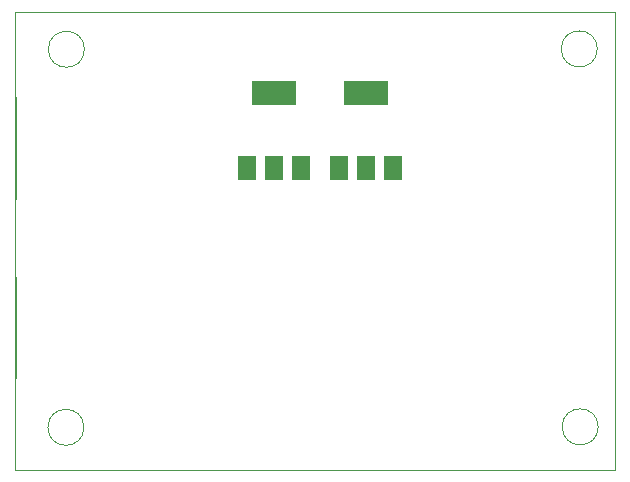
<source format=gbr>
%TF.GenerationSoftware,KiCad,Pcbnew,6.0.2*%
%TF.CreationDate,2022-11-10T22:55:42+01:00*%
%TF.ProjectId,SI4735,53493437-3335-42e6-9b69-6361645f7063,rev?*%
%TF.SameCoordinates,Original*%
%TF.FileFunction,Paste,Top*%
%TF.FilePolarity,Positive*%
%FSLAX46Y46*%
G04 Gerber Fmt 4.6, Leading zero omitted, Abs format (unit mm)*
G04 Created by KiCad (PCBNEW 6.0.2) date 2022-11-10 22:55:42*
%MOMM*%
%LPD*%
G01*
G04 APERTURE LIST*
%TA.AperFunction,Profile*%
%ADD10C,0.050000*%
%TD*%
%TA.AperFunction,Profile*%
%ADD11C,0.100000*%
%TD*%
%ADD12R,1.500000X2.000000*%
%ADD13R,3.800000X2.000000*%
G04 APERTURE END LIST*
D10*
X243000000Y-45450000D02*
G75*
G03*
X243000000Y-45450000I-1526434J0D01*
G01*
X243076434Y-77450000D02*
G75*
G03*
X243076434Y-77450000I-1526434J0D01*
G01*
X199535580Y-77486292D02*
G75*
G03*
X199535580Y-77486292I-1526434J0D01*
G01*
X244475000Y-81120000D02*
X193725000Y-81120000D01*
X193725000Y-81120000D02*
X193725000Y-42300000D01*
X193725000Y-42300000D02*
X244475000Y-42300000D01*
X244475000Y-42300000D02*
X244475000Y-81120000D01*
X199576434Y-45480000D02*
G75*
G03*
X199576434Y-45480000I-1526434J0D01*
G01*
D11*
%TO.C,J2*%
X193760000Y-49540000D02*
X193760000Y-58140000D01*
%TO.C,J3*%
X193760000Y-64720000D02*
X193760000Y-73320000D01*
%TD*%
D12*
%TO.C,U1*%
X221100000Y-55500000D03*
D13*
X223400000Y-49200000D03*
D12*
X223400000Y-55500000D03*
X225700000Y-55500000D03*
%TD*%
%TO.C,U3*%
X213300000Y-55500000D03*
X215600000Y-55500000D03*
D13*
X215600000Y-49200000D03*
D12*
X217900000Y-55500000D03*
%TD*%
M02*

</source>
